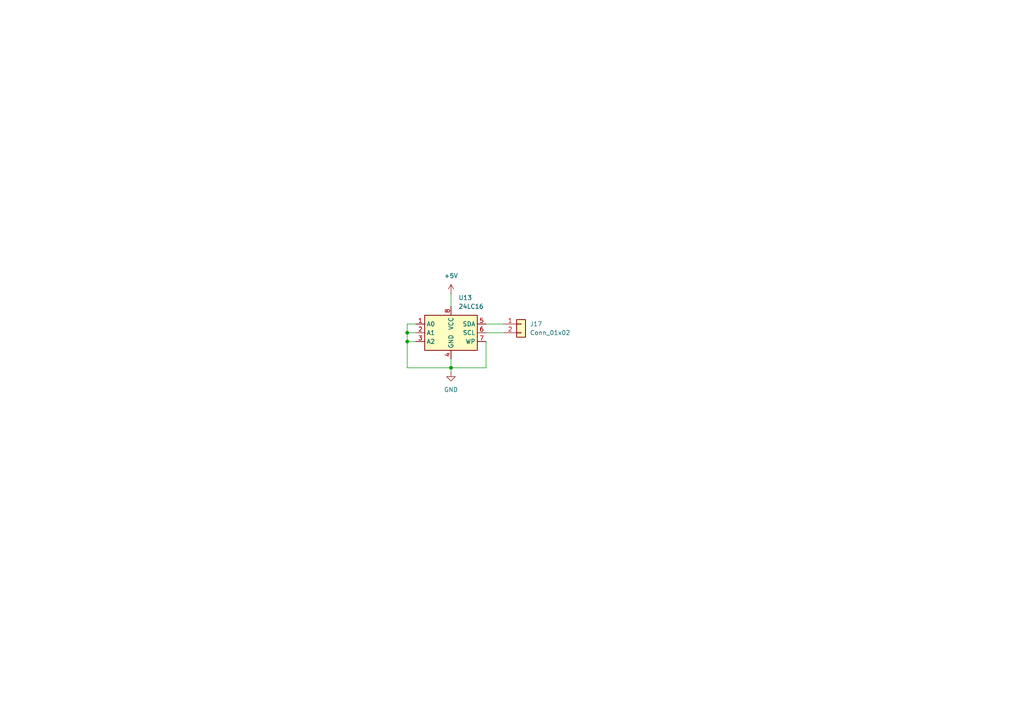
<source format=kicad_sch>
(kicad_sch (version 20250114) (generator "eeschema") (generator_version "9.0")
  (paper "A4")
  (lib_symbols
    (symbol "Connector_Generic:Conn_01x02" (pin_names (offset 1.016) (hide yes))
      (property "Reference" "J" (at 0 2.54 0))
      (property "Value" "Conn_01x02" (at 0 -5.08 0))
      (symbol "Conn_01x02_1_1"
        (rectangle (start -1.27 1.27) (end 1.27 -3.81) (stroke (width 0.254)) (fill (type background)))
        (rectangle (start -1.27 0.127) (end 0 -0.127) (stroke (width 0.1524)))
        (rectangle (start -1.27 -2.413) (end 0 -2.667) (stroke (width 0.1524)))
        (pin passive line (at -5.08 0 0) (length 3.81) (name "Pin_1") (number "1"))
        (pin passive line (at -5.08 -2.54 0) (length 3.81) (name "Pin_2") (number "2"))
      )
    )
    (symbol "Memory_EEPROM:24LC16"
      (property "Reference" "U" (at -6.35 6.35 0))
      (property "Value" "24LC16" (at 1.27 6.35 0))
      (symbol "24LC16_1_1"
        (rectangle (start -7.62 5.08) (end 7.62 -5.08) (stroke (width 0.254)) (fill (type background)))
        (pin input line (at -10.16 2.54 0) (length 2.54) (name "A0") (number "1"))
        (pin input line (at -10.16 0 0) (length 2.54) (name "A1") (number "2"))
        (pin input line (at -10.16 -2.54 0) (length 2.54) (name "A2") (number "3"))
        (pin power_in line (at 0 7.62 270) (length 2.54) (name "VCC") (number "8"))
        (pin power_in line (at 0 -7.62 90) (length 2.54) (name "GND") (number "4"))
        (pin bidirectional line (at 10.16 2.54 180) (length 2.54) (name "SDA") (number "5"))
        (pin input line (at 10.16 0 180) (length 2.54) (name "SCL") (number "6"))
        (pin input line (at 10.16 -2.54 180) (length 2.54) (name "WP") (number "7"))
      )
    )
    (symbol "power:+5V" (power) (pin_numbers (hide yes)) (pin_names (offset 0) (hide yes))
      (property "Value" "+5V" (at 0 3.556 0))
      (symbol "+5V_0_1"
        (polyline (pts (xy -0.762 1.27) (xy 0 2.54)))
        (polyline (pts (xy 0 2.54) (xy 0.762 1.27)))
        (polyline (pts (xy 0 0) (xy 0 2.54)))
      )
      (symbol "+5V_1_1"
        (pin power_in line (at 0 0 90) (length 0) (name "~") (number "1"))
      )
    )
    (symbol "power:GND" (power) (pin_numbers (hide yes)) (pin_names (offset 0) (hide yes))
      (property "Value" "GND" (at 0 -3.81 0))
      (symbol "GND_0_1"
        (polyline (pts (xy 0 0) (xy 0 -1.27) (xy 1.27 -1.27) (xy 0 -2.54) (xy -1.27 -1.27) (xy 0 -1.27)))
      )
      (symbol "GND_1_1"
        (pin power_in line (at 0 0 270) (length 0) (name "~") (number "1"))
      )
    )
  )
  (junction (at 118.11 99.06))
  (junction (at 118.11 96.52))
  (junction (at 130.81 106.68))
  (wire (pts (xy 140.97 106.68) (xy 130.81 106.68)))
  (wire (pts (xy 118.11 93.98) (xy 118.11 96.52)))
  (wire (pts (xy 130.81 85.09) (xy 130.81 88.9)))
  (wire (pts (xy 118.11 96.52) (xy 120.65 96.52)))
  (wire (pts (xy 140.97 99.06) (xy 140.97 106.68)))
  (wire (pts (xy 118.11 96.52) (xy 118.11 99.06)))
  (wire (pts (xy 146.05 96.52) (xy 140.97 96.52)))
  (wire (pts (xy 130.81 106.68) (xy 130.81 104.14)))
  (wire (pts (xy 118.11 99.06) (xy 118.11 106.68)))
  (wire (pts (xy 118.11 93.98) (xy 120.65 93.98)))
  (wire (pts (xy 130.81 107.95) (xy 130.81 106.68)))
  (wire (pts (xy 146.05 93.98) (xy 140.97 93.98)))
  (wire (pts (xy 118.11 106.68) (xy 130.81 106.68)))
  (wire (pts (xy 118.11 99.06) (xy 120.65 99.06)))
  (symbol (lib_id "Connector_Generic:Conn_01x02") (at 151.13 93.98 0) (unit 1)
    (property "Reference" "J17" (at 153.67 93.9799 0) (effects (justify left)))
    (property "Value" "Conn_01x02" (at 153.67 96.5199 0) (effects (justify left)))
    (property "Description" "Generic connector, single row, 01x02, script generated (kicad-library-utils/schlib/autogen/connector/)" (effects (hide yes)))
  )
  (symbol (lib_id "Memory_EEPROM:24LC16") (at 130.81 96.52 0) (unit 1)
    (property "Reference" "U13" (at 132.9533 86.36 0) (effects (justify left)))
    (property "Value" "24LC16" (at 132.9533 88.9 0) (effects (justify left)))
    (property "Datasheet" "http://ww1.microchip.com/downloads/en/DeviceDoc/21703d.pdf" (effects (hide yes)))
    (property "Description" "I2C Serial EEPROM, 16Kb, DIP-8/SOIC-8/TSSOP-8/DFN-8" (effects (hide yes)))
  )
  (symbol (lib_id "power:+5V") (at 130.81 85.09 0) (unit 1)
    (property "Reference" "#PWR029" (effects (hide yes)))
    (property "Value" "+5V" (at 130.81 80.01 0))
    (property "Description" "Power symbol creates a global label with name \"+5V\"" (effects (hide yes)))
  )
  (symbol (lib_id "power:GND") (at 130.81 107.95 0) (unit 1)
    (property "Reference" "#PWR030" (effects (hide yes)))
    (property "Value" "GND" (at 130.81 113.03 0))
    (property "Description" "Power symbol creates a global label with name \"GND\" , ground" (effects (hide yes)))
  )
)
</source>
